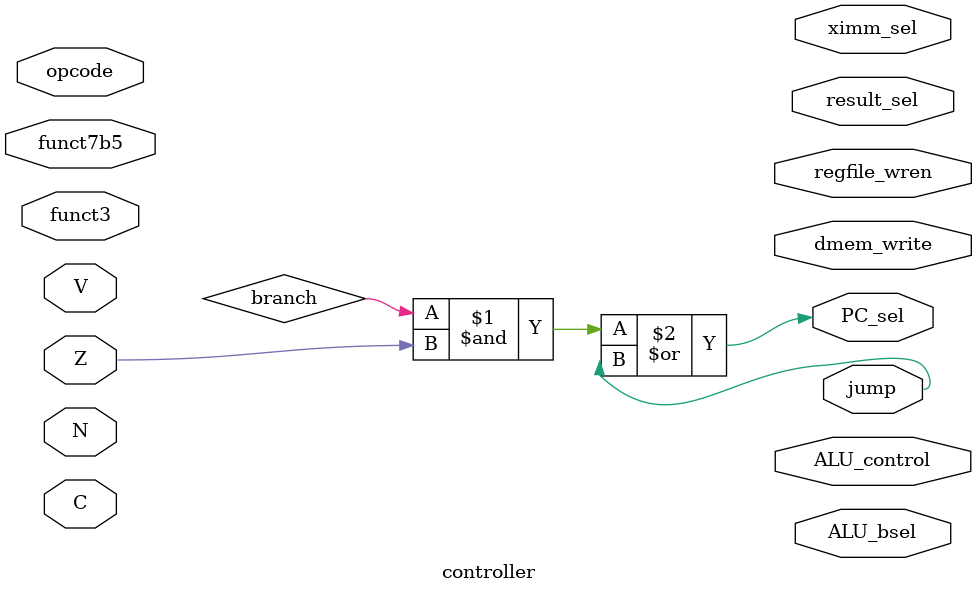
<source format=sv>
module controller (
  input  logic [6:0]  opcode,
  input  logic [2:0]  funct3,
  input  logic        funct7b5,         //only fifth bit of funct7 matters for RV32I ISA
  input  logic        N,Z,C,V,          //status flags
  output logic        dmem_write,        
  output logic        jump,
  output logic        PC_sel,           //mux for nextPC 
  output logic        ALU_bsel,         //mux which value to use for alu b input
  output logic        regfile_wren,     //write enable for registerfile 
  output logic [1:0]  result_sel,       //mux for which result to writeback to regfile
  output logic [1:0]  ximm_sel,         //select what type of extension to do
  output logic [2:0]  ALU_control       //choose which operation ALU should perform
);

logic [1:0] ALUop;
logic       branch;

assign PC_sel = (branch & Z) | jump;    //when to alter PC from something other than standard + 4 increment

endmodule
</source>
